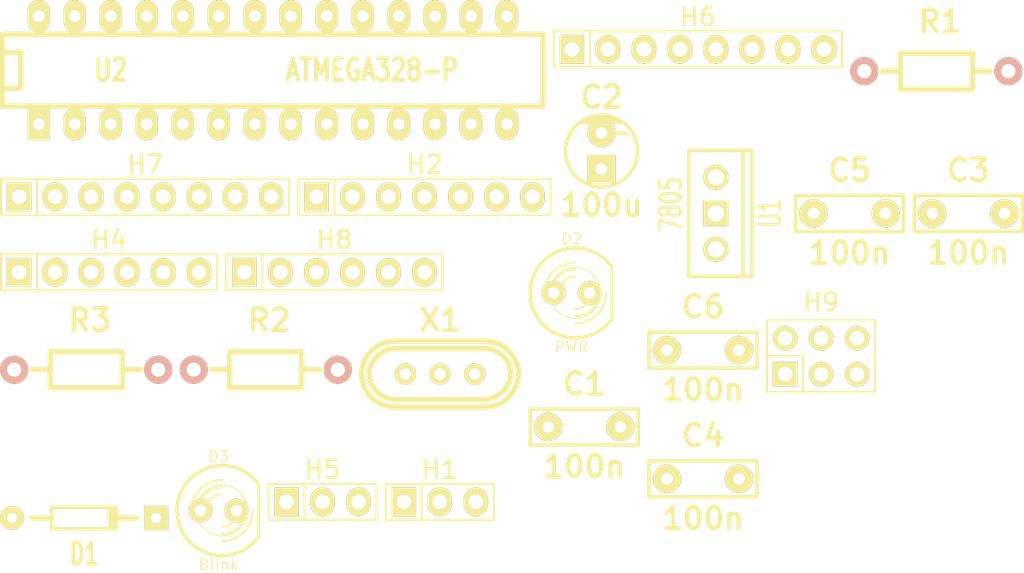
<source format=kicad_pcb>
(kicad_pcb (version 4) (host pcbnew 0.201411181401+5290~19~ubuntu14.10.1-product)

  (general
    (links 69)
    (no_connects 69)
    (area 0 0 0 0)
    (thickness 1.6)
    (drawings 0)
    (tracks 0)
    (zones 0)
    (modules 23)
    (nets 36)
  )

  (page A4)
  (layers
    (0 F.Cu signal)
    (31 B.Cu signal)
    (32 B.Adhes user)
    (33 F.Adhes user)
    (34 B.Paste user)
    (35 F.Paste user)
    (36 B.SilkS user)
    (37 F.SilkS user)
    (38 B.Mask user)
    (39 F.Mask user)
    (40 Dwgs.User user)
    (41 Cmts.User user)
    (42 Eco1.User user)
    (43 Eco2.User user)
    (44 Edge.Cuts user)
    (45 Margin user)
    (46 B.CrtYd user)
    (47 F.CrtYd user)
    (48 B.Fab user)
    (49 F.Fab user)
  )

  (setup
    (last_trace_width 0.254)
    (trace_clearance 0.254)
    (zone_clearance 0.508)
    (zone_45_only no)
    (trace_min 0.254)
    (segment_width 0.2)
    (edge_width 0.1)
    (via_size 0.889)
    (via_drill 0.635)
    (via_min_size 0.889)
    (via_min_drill 0.508)
    (uvia_size 0.508)
    (uvia_drill 0.127)
    (uvias_allowed no)
    (uvia_min_size 0.508)
    (uvia_min_drill 0.127)
    (pcb_text_width 0.3)
    (pcb_text_size 1.5 1.5)
    (mod_edge_width 0.15)
    (mod_text_size 1 1)
    (mod_text_width 0.15)
    (pad_size 1.5 1.5)
    (pad_drill 0.6)
    (pad_to_mask_clearance 0)
    (aux_axis_origin 0 0)
    (visible_elements 7FFFFFFF)
    (pcbplotparams
      (layerselection 0x00030_80000001)
      (usegerberextensions false)
      (excludeedgelayer true)
      (linewidth 0.100000)
      (plotframeref false)
      (viasonmask false)
      (mode 1)
      (useauxorigin false)
      (hpglpennumber 1)
      (hpglpenspeed 20)
      (hpglpendiameter 15)
      (hpglpenoverlay 2)
      (psnegative false)
      (psa4output false)
      (plotreference true)
      (plotvalue true)
      (plotinvisibletext false)
      (padsonsilk false)
      (subtractmaskfromsilk false)
      (outputformat 1)
      (mirror false)
      (drillshape 1)
      (scaleselection 1)
      (outputdirectory ""))
  )

  (net 0 "")
  (net 1 /5V)
  (net 2 GND)
  (net 3 /V_IN)
  (net 4 /VREF)
  (net 5 /RST)
  (net 6 "Net-(C6-Pad2)")
  (net 7 "Net-(D1-Pad1)")
  (net 8 "Net-(D2-Pad1)")
  (net 9 "Net-(D3-Pad1)")
  (net 10 /V_REG)
  (net 11 /V_USB)
  (net 12 /3V3)
  (net 13 /AD0)
  (net 14 /AD1)
  (net 15 /AD2)
  (net 16 /AD3)
  (net 17 /AD4_SDA)
  (net 18 /AD5_SCL)
  (net 19 /AREF)
  (net 20 /RXD)
  (net 21 /TXD)
  (net 22 /PD2)
  (net 23 /PD3_P)
  (net 24 /PD4)
  (net 25 /PD5_P)
  (net 26 /PD6_P)
  (net 27 /PD7)
  (net 28 /PB0)
  (net 29 /PB1_P)
  (net 30 /SS_P)
  (net 31 /MOSI_P)
  (net 32 /MISO)
  (net 33 /SCK)
  (net 34 "Net-(U2-Pad9)")
  (net 35 "Net-(U2-Pad10)")

  (net_class Default "This is the default net class."
    (clearance 0.254)
    (trace_width 0.254)
    (via_dia 0.889)
    (via_drill 0.635)
    (uvia_dia 0.508)
    (uvia_drill 0.127)
    (add_net /3V3)
    (add_net /5V)
    (add_net /AD0)
    (add_net /AD1)
    (add_net /AD2)
    (add_net /AD3)
    (add_net /AD4_SDA)
    (add_net /AD5_SCL)
    (add_net /AREF)
    (add_net /MISO)
    (add_net /MOSI_P)
    (add_net /PB0)
    (add_net /PB1_P)
    (add_net /PD2)
    (add_net /PD3_P)
    (add_net /PD4)
    (add_net /PD5_P)
    (add_net /PD6_P)
    (add_net /PD7)
    (add_net /RST)
    (add_net /RXD)
    (add_net /SCK)
    (add_net /SS_P)
    (add_net /TXD)
    (add_net /VREF)
    (add_net /V_IN)
    (add_net /V_REG)
    (add_net /V_USB)
    (add_net GND)
    (add_net "Net-(C6-Pad2)")
    (add_net "Net-(D1-Pad1)")
    (add_net "Net-(D2-Pad1)")
    (add_net "Net-(D3-Pad1)")
    (add_net "Net-(U2-Pad10)")
    (add_net "Net-(U2-Pad9)")
  )

  (module Capacitors_ThroughHole:Capacitor7x2RM5 (layer F.Cu) (tedit 546F7E42) (tstamp 546F7E84)
    (at 206.451001 134.896)
    (descr "Capacitor non pol, 7x2,5mm")
    (path /546B83D4)
    (fp_text reference C1 (at 0 -3.048) (layer F.SilkS)
      (effects (font (thickness 0.3048)))
    )
    (fp_text value 100n (at 0 2.794) (layer F.SilkS)
      (effects (font (thickness 0.3048)))
    )
    (fp_line (start -3.81 -1.27) (end 3.81 -1.27) (layer F.SilkS) (width 0.254))
    (fp_line (start 3.81 -1.27) (end 3.81 1.27) (layer F.SilkS) (width 0.254))
    (fp_line (start 3.81 1.27) (end -3.81 1.27) (layer F.SilkS) (width 0.254))
    (fp_line (start -3.81 1.27) (end -3.81 -1.27) (layer F.SilkS) (width 0.254))
    (pad 1 thru_hole circle (at -2.54 0) (size 1.99898 1.99898) (drill 0.8001) (layers *.Cu *.Mask F.SilkS)
      (net 1 /5V))
    (pad 2 thru_hole circle (at 2.54 0) (size 1.99898 1.99898) (drill 0.8001) (layers *.Cu *.Mask F.SilkS)
      (net 2 GND))
    (model discret/Capacitor/cnp_7x2mm.wrl
      (at (xyz 0 0 0))
      (scale (xyz 1 1 1))
      (rotate (xyz 0 0 0))
    )
  )

  (module Capacitors_ThroughHole:Capacitor5x6RM2.5 (layer F.Cu) (tedit 546F7E42) (tstamp 546F7E8A)
    (at 207.672972 115.418)
    (descr "Capacitor, pol, cyl 5x6mm")
    (path /546B8357)
    (fp_text reference C2 (at 0 -3.81) (layer F.SilkS)
      (effects (font (thickness 0.3048)))
    )
    (fp_text value 100u (at 0 3.81) (layer F.SilkS)
      (effects (font (thickness 0.3048)))
    )
    (fp_line (start 0.889 -1.27) (end 1.778 -1.27) (layer F.SilkS) (width 0.254))
    (fp_line (start 1.016 -2.286) (end -1.016 -2.286) (layer F.SilkS) (width 0.254))
    (fp_line (start -1.016 -2.286) (end -1.016 -2.159) (layer F.SilkS) (width 0.254))
    (fp_line (start -1.016 -2.159) (end 1.016 -2.159) (layer F.SilkS) (width 0.254))
    (fp_line (start -1.524 -2.032) (end 1.524 -2.032) (layer F.SilkS) (width 0.254))
    (fp_circle (center 0 0) (end -2.54 0) (layer F.SilkS) (width 0.254))
    (pad 1 thru_hole rect (at 0 1.27) (size 1.99898 1.99898) (drill 0.8001) (layers *.Cu *.Mask F.SilkS)
      (net 3 /V_IN))
    (pad 2 thru_hole circle (at 0 -1.27) (size 1.99898 1.99898) (drill 0.8001) (layers *.Cu *.Mask F.SilkS)
      (net 2 GND))
    (model discret/Capacitor/cp_5x6mm.wrl
      (at (xyz 0 0 0))
      (scale (xyz 1 1 1))
      (rotate (xyz 0 0 0))
    )
  )

  (module Capacitors_ThroughHole:Capacitor7x2RM5 (layer F.Cu) (tedit 546F7E42) (tstamp 546F7E90)
    (at 233.541001 119.816)
    (descr "Capacitor non pol, 7x2,5mm")
    (path /546B8379)
    (fp_text reference C3 (at 0 -3.048) (layer F.SilkS)
      (effects (font (thickness 0.3048)))
    )
    (fp_text value 100n (at 0 2.794) (layer F.SilkS)
      (effects (font (thickness 0.3048)))
    )
    (fp_line (start -3.81 -1.27) (end 3.81 -1.27) (layer F.SilkS) (width 0.254))
    (fp_line (start 3.81 -1.27) (end 3.81 1.27) (layer F.SilkS) (width 0.254))
    (fp_line (start 3.81 1.27) (end -3.81 1.27) (layer F.SilkS) (width 0.254))
    (fp_line (start -3.81 1.27) (end -3.81 -1.27) (layer F.SilkS) (width 0.254))
    (pad 1 thru_hole circle (at -2.54 0) (size 1.99898 1.99898) (drill 0.8001) (layers *.Cu *.Mask F.SilkS)
      (net 2 GND))
    (pad 2 thru_hole circle (at 2.54 0) (size 1.99898 1.99898) (drill 0.8001) (layers *.Cu *.Mask F.SilkS)
      (net 3 /V_IN))
    (model discret/Capacitor/cnp_7x2mm.wrl
      (at (xyz 0 0 0))
      (scale (xyz 1 1 1))
      (rotate (xyz 0 0 0))
    )
  )

  (module Capacitors_ThroughHole:Capacitor7x2RM5 (layer F.Cu) (tedit 546F7E42) (tstamp 546F7E96)
    (at 214.831001 138.556)
    (descr "Capacitor non pol, 7x2,5mm")
    (path /546B838A)
    (fp_text reference C4 (at 0 -3.048) (layer F.SilkS)
      (effects (font (thickness 0.3048)))
    )
    (fp_text value 100n (at 0 2.794) (layer F.SilkS)
      (effects (font (thickness 0.3048)))
    )
    (fp_line (start -3.81 -1.27) (end 3.81 -1.27) (layer F.SilkS) (width 0.254))
    (fp_line (start 3.81 -1.27) (end 3.81 1.27) (layer F.SilkS) (width 0.254))
    (fp_line (start 3.81 1.27) (end -3.81 1.27) (layer F.SilkS) (width 0.254))
    (fp_line (start -3.81 1.27) (end -3.81 -1.27) (layer F.SilkS) (width 0.254))
    (pad 1 thru_hole circle (at -2.54 0) (size 1.99898 1.99898) (drill 0.8001) (layers *.Cu *.Mask F.SilkS)
      (net 1 /5V))
    (pad 2 thru_hole circle (at 2.54 0) (size 1.99898 1.99898) (drill 0.8001) (layers *.Cu *.Mask F.SilkS)
      (net 2 GND))
    (model discret/Capacitor/cnp_7x2mm.wrl
      (at (xyz 0 0 0))
      (scale (xyz 1 1 1))
      (rotate (xyz 0 0 0))
    )
  )

  (module Capacitors_ThroughHole:Capacitor7x2RM5 (layer F.Cu) (tedit 546F7E42) (tstamp 546F7E9C)
    (at 225.161001 119.816)
    (descr "Capacitor non pol, 7x2,5mm")
    (path /546B82D2)
    (fp_text reference C5 (at 0 -3.048) (layer F.SilkS)
      (effects (font (thickness 0.3048)))
    )
    (fp_text value 100n (at 0 2.794) (layer F.SilkS)
      (effects (font (thickness 0.3048)))
    )
    (fp_line (start -3.81 -1.27) (end 3.81 -1.27) (layer F.SilkS) (width 0.254))
    (fp_line (start 3.81 -1.27) (end 3.81 1.27) (layer F.SilkS) (width 0.254))
    (fp_line (start 3.81 1.27) (end -3.81 1.27) (layer F.SilkS) (width 0.254))
    (fp_line (start -3.81 1.27) (end -3.81 -1.27) (layer F.SilkS) (width 0.254))
    (pad 1 thru_hole circle (at -2.54 0) (size 1.99898 1.99898) (drill 0.8001) (layers *.Cu *.Mask F.SilkS)
      (net 4 /VREF))
    (pad 2 thru_hole circle (at 2.54 0) (size 1.99898 1.99898) (drill 0.8001) (layers *.Cu *.Mask F.SilkS)
      (net 2 GND))
    (model discret/Capacitor/cnp_7x2mm.wrl
      (at (xyz 0 0 0))
      (scale (xyz 1 1 1))
      (rotate (xyz 0 0 0))
    )
  )

  (module Capacitors_ThroughHole:Capacitor7x2RM5 (layer F.Cu) (tedit 546F7E42) (tstamp 546F7EA2)
    (at 214.831001 129.466)
    (descr "Capacitor non pol, 7x2,5mm")
    (path /546B839B)
    (fp_text reference C6 (at 0 -3.048) (layer F.SilkS)
      (effects (font (thickness 0.3048)))
    )
    (fp_text value 100n (at 0 2.794) (layer F.SilkS)
      (effects (font (thickness 0.3048)))
    )
    (fp_line (start -3.81 -1.27) (end 3.81 -1.27) (layer F.SilkS) (width 0.254))
    (fp_line (start 3.81 -1.27) (end 3.81 1.27) (layer F.SilkS) (width 0.254))
    (fp_line (start 3.81 1.27) (end -3.81 1.27) (layer F.SilkS) (width 0.254))
    (fp_line (start -3.81 1.27) (end -3.81 -1.27) (layer F.SilkS) (width 0.254))
    (pad 1 thru_hole circle (at -2.54 0) (size 1.99898 1.99898) (drill 0.8001) (layers *.Cu *.Mask F.SilkS)
      (net 5 /RST))
    (pad 2 thru_hole circle (at 2.54 0) (size 1.99898 1.99898) (drill 0.8001) (layers *.Cu *.Mask F.SilkS)
      (net 6 "Net-(C6-Pad2)"))
    (model discret/Capacitor/cnp_7x2mm.wrl
      (at (xyz 0 0 0))
      (scale (xyz 1 1 1))
      (rotate (xyz 0 0 0))
    )
  )

  (module Diodes_ThroughHole:Diode_DO-35_SOD27_Horizontal_RM10 (layer F.Cu) (tedit 546F7E42) (tstamp 546F7EA8)
    (at 171.18363 141.3178)
    (descr "Diode, DO-35,  SOD27, Horizontal, RM 10mm")
    (tags "Diode, DO-35, SOD27, Horizontal, RM 10mm, 1N4148,")
    (path /546BA3AF)
    (fp_text reference D1 (at 0 2.54) (layer F.SilkS)
      (effects (font (size 1.524 1.016) (thickness 0.254)))
    )
    (fp_text value D_CPL (at -1.016 -3.556) (layer F.SilkS) hide
      (effects (font (size 1.524 1.016) (thickness 0.254)))
    )
    (fp_line (start -2.286 0) (end -3.683 0) (layer F.SilkS) (width 0.381))
    (fp_line (start 2.159 0) (end 3.683 0) (layer F.SilkS) (width 0.381))
    (fp_line (start 1.778 -0.762) (end 1.778 0.762) (layer F.SilkS) (width 0.254))
    (fp_line (start 2.032 -0.762) (end 2.032 0.762) (layer F.SilkS) (width 0.254))
    (fp_line (start 2.286 0) (end 2.286 0.762) (layer F.SilkS) (width 0.254))
    (fp_line (start 2.286 0.762) (end -2.286 0.762) (layer F.SilkS) (width 0.254))
    (fp_line (start -2.286 0.762) (end -2.286 -0.762) (layer F.SilkS) (width 0.254))
    (fp_line (start -2.286 -0.762) (end 2.286 -0.762) (layer F.SilkS) (width 0.254))
    (fp_line (start 2.286 -0.762) (end 2.286 0) (layer F.SilkS) (width 0.254))
    (pad 1 thru_hole circle (at -5.08 0) (size 1.69926 1.69926) (drill 0.70104) (layers *.Cu *.Mask F.SilkS)
      (net 7 "Net-(D1-Pad1)"))
    (pad 2 thru_hole rect (at 5.08 0) (size 1.69926 1.69926) (drill 0.70104) (layers *.Cu *.Mask F.SilkS)
      (net 3 /V_IN))
    (model discret/diode.wrl
      (at (xyz 0 0 0))
      (scale (xyz 0.4 0.4 0.4))
      (rotate (xyz 0 0 0))
    )
  )

  (module LEDs:LED-5MM (layer F.Cu) (tedit 546F7E42) (tstamp 546F7EAE)
    (at 205.562001 125.43075)
    (descr "LED 5mm - Lead pitch 100mil (2,54mm)")
    (tags "LED led 5mm 5MM 100mil 2,54mm")
    (path /546B8365)
    (fp_text reference D2 (at 0 -3.81) (layer F.SilkS)
      (effects (font (size 0.762 0.762) (thickness 0.0889)))
    )
    (fp_text value PWR (at 0 3.81) (layer F.SilkS)
      (effects (font (size 0.762 0.762) (thickness 0.0889)))
    )
    (fp_line (start 2.8448 1.905) (end 2.8448 -1.905) (layer F.SilkS) (width 0.2032))
    (fp_circle (center 0.254 0) (end -1.016 1.27) (layer F.SilkS) (width 0.0762))
    (fp_arc (start 0.254 0) (end 2.794 1.905) (angle 286.2) (layer F.SilkS) (width 0.254))
    (fp_arc (start 0.254 0) (end -0.889 0) (angle 90) (layer F.SilkS) (width 0.1524))
    (fp_arc (start 0.254 0) (end 1.397 0) (angle 90) (layer F.SilkS) (width 0.1524))
    (fp_arc (start 0.254 0) (end -1.397 0) (angle 90) (layer F.SilkS) (width 0.1524))
    (fp_arc (start 0.254 0) (end 1.905 0) (angle 90) (layer F.SilkS) (width 0.1524))
    (fp_arc (start 0.254 0) (end -1.905 0) (angle 90) (layer F.SilkS) (width 0.1524))
    (fp_arc (start 0.254 0) (end 2.413 0) (angle 90) (layer F.SilkS) (width 0.1524))
    (pad 1 thru_hole circle (at -1.27 0) (size 1.6764 1.6764) (drill 0.8128) (layers *.Cu *.Mask F.SilkS)
      (net 8 "Net-(D2-Pad1)"))
    (pad 2 thru_hole circle (at 1.27 0) (size 1.6764 1.6764) (drill 0.8128) (layers *.Cu *.Mask F.SilkS)
      (net 2 GND))
    (model discret/leds/led5_vertical_verde.wrl
      (at (xyz 0 0 0))
      (scale (xyz 1 1 1))
      (rotate (xyz 0 0 0))
    )
  )

  (module LEDs:LED-5MM (layer F.Cu) (tedit 546F7E42) (tstamp 546F7EB4)
    (at 180.662001 140.79075)
    (descr "LED 5mm - Lead pitch 100mil (2,54mm)")
    (tags "LED led 5mm 5MM 100mil 2,54mm")
    (path /546B82F4)
    (fp_text reference D3 (at 0 -3.81) (layer F.SilkS)
      (effects (font (size 0.762 0.762) (thickness 0.0889)))
    )
    (fp_text value Blink (at 0 3.81) (layer F.SilkS)
      (effects (font (size 0.762 0.762) (thickness 0.0889)))
    )
    (fp_line (start 2.8448 1.905) (end 2.8448 -1.905) (layer F.SilkS) (width 0.2032))
    (fp_circle (center 0.254 0) (end -1.016 1.27) (layer F.SilkS) (width 0.0762))
    (fp_arc (start 0.254 0) (end 2.794 1.905) (angle 286.2) (layer F.SilkS) (width 0.254))
    (fp_arc (start 0.254 0) (end -0.889 0) (angle 90) (layer F.SilkS) (width 0.1524))
    (fp_arc (start 0.254 0) (end 1.397 0) (angle 90) (layer F.SilkS) (width 0.1524))
    (fp_arc (start 0.254 0) (end -1.397 0) (angle 90) (layer F.SilkS) (width 0.1524))
    (fp_arc (start 0.254 0) (end 1.905 0) (angle 90) (layer F.SilkS) (width 0.1524))
    (fp_arc (start 0.254 0) (end -1.905 0) (angle 90) (layer F.SilkS) (width 0.1524))
    (fp_arc (start 0.254 0) (end 2.413 0) (angle 90) (layer F.SilkS) (width 0.1524))
    (pad 1 thru_hole circle (at -1.27 0) (size 1.6764 1.6764) (drill 0.8128) (layers *.Cu *.Mask F.SilkS)
      (net 9 "Net-(D3-Pad1)"))
    (pad 2 thru_hole circle (at 1.27 0) (size 1.6764 1.6764) (drill 0.8128) (layers *.Cu *.Mask F.SilkS)
      (net 2 GND))
    (model discret/leds/led5_vertical_verde.wrl
      (at (xyz 0 0 0))
      (scale (xyz 1 1 1))
      (rotate (xyz 0 0 0))
    )
  )

  (module Pin_Headers:Pin_Header_Straight_1x03 (layer F.Cu) (tedit 546F7E42) (tstamp 546F7EBB)
    (at 196.269001 140.1738)
    (descr "Through hole pin header")
    (tags "pin header")
    (path /546B8332)
    (fp_text reference H1 (at 0 -2.286) (layer F.SilkS)
      (effects (font (size 1.27 1.27) (thickness 0.2032)))
    )
    (fp_text value V_SEL (at 0 0) (layer F.SilkS) hide
      (effects (font (size 1.27 1.27) (thickness 0.2032)))
    )
    (fp_line (start -1.27 1.27) (end 3.81 1.27) (layer F.SilkS) (width 0.15))
    (fp_line (start 3.81 1.27) (end 3.81 -1.27) (layer F.SilkS) (width 0.15))
    (fp_line (start 3.81 -1.27) (end -1.27 -1.27) (layer F.SilkS) (width 0.15))
    (fp_line (start -3.81 -1.27) (end -1.27 -1.27) (layer F.SilkS) (width 0.15))
    (fp_line (start -1.27 -1.27) (end -1.27 1.27) (layer F.SilkS) (width 0.15))
    (fp_line (start -3.81 -1.27) (end -3.81 1.27) (layer F.SilkS) (width 0.15))
    (fp_line (start -3.81 1.27) (end -1.27 1.27) (layer F.SilkS) (width 0.15))
    (pad 1 thru_hole rect (at -2.54 0) (size 1.7272 2.032) (drill 1.016) (layers *.Cu *.Mask F.SilkS)
      (net 10 /V_REG))
    (pad 2 thru_hole oval (at 0 0) (size 1.7272 2.032) (drill 1.016) (layers *.Cu *.Mask F.SilkS)
      (net 1 /5V))
    (pad 3 thru_hole oval (at 2.54 0) (size 1.7272 2.032) (drill 1.016) (layers *.Cu *.Mask F.SilkS)
      (net 11 /V_USB))
    (model Pin_Headers/Pin_Header_Straight_1x03.wrl
      (at (xyz 0 0 0))
      (scale (xyz 1 1 1))
      (rotate (xyz 0 0 0))
    )
  )

  (module Pin_Headers:Pin_Header_Straight_1x07 (layer F.Cu) (tedit 546F7E42) (tstamp 546F7EC6)
    (at 195.189001 118.6438)
    (descr "Through hole pin header")
    (tags "pin header")
    (path /546B830C)
    (fp_text reference H2 (at 0 -2.286) (layer F.SilkS)
      (effects (font (size 1.27 1.27) (thickness 0.2032)))
    )
    (fp_text value Power (at 0 0) (layer F.SilkS) hide
      (effects (font (size 1.27 1.27) (thickness 0.2032)))
    )
    (fp_line (start -6.35 -1.27) (end 8.89 -1.27) (layer F.SilkS) (width 0.15))
    (fp_line (start 8.89 -1.27) (end 8.89 1.27) (layer F.SilkS) (width 0.15))
    (fp_line (start 8.89 1.27) (end -6.35 1.27) (layer F.SilkS) (width 0.15))
    (fp_line (start -8.89 -1.27) (end -6.35 -1.27) (layer F.SilkS) (width 0.15))
    (fp_line (start -6.35 -1.27) (end -6.35 1.27) (layer F.SilkS) (width 0.15))
    (fp_line (start -8.89 -1.27) (end -8.89 1.27) (layer F.SilkS) (width 0.15))
    (fp_line (start -8.89 1.27) (end -6.35 1.27) (layer F.SilkS) (width 0.15))
    (pad 1 thru_hole rect (at -7.62 0) (size 1.7272 2.032) (drill 1.016) (layers *.Cu *.Mask F.SilkS)
      (net 1 /5V))
    (pad 2 thru_hole oval (at -5.08 0) (size 1.7272 2.032) (drill 1.016) (layers *.Cu *.Mask F.SilkS)
      (net 5 /RST))
    (pad 3 thru_hole oval (at -2.54 0) (size 1.7272 2.032) (drill 1.016) (layers *.Cu *.Mask F.SilkS)
      (net 12 /3V3))
    (pad 4 thru_hole oval (at 0 0) (size 1.7272 2.032) (drill 1.016) (layers *.Cu *.Mask F.SilkS)
      (net 1 /5V))
    (pad 5 thru_hole oval (at 2.54 0) (size 1.7272 2.032) (drill 1.016) (layers *.Cu *.Mask F.SilkS)
      (net 2 GND))
    (pad 6 thru_hole oval (at 5.08 0) (size 1.7272 2.032) (drill 1.016) (layers *.Cu *.Mask F.SilkS)
      (net 2 GND))
    (pad 7 thru_hole oval (at 7.62 0) (size 1.7272 2.032) (drill 1.016) (layers *.Cu *.Mask F.SilkS)
      (net 3 /V_IN))
    (model Pin_Headers/Pin_Header_Straight_1x07.wrl
      (at (xyz 0 0 0))
      (scale (xyz 1 1 1))
      (rotate (xyz 0 0 0))
    )
  )

  (module Pin_Headers:Pin_Header_Straight_1x06 (layer F.Cu) (tedit 546F7E42) (tstamp 546F7ED0)
    (at 172.949001 123.9738)
    (descr "Through hole pin header")
    (tags "pin header")
    (path /546B8313)
    (fp_text reference H4 (at 0 -2.286) (layer F.SilkS)
      (effects (font (size 1.27 1.27) (thickness 0.2032)))
    )
    (fp_text value ANALOG (at 0 0) (layer F.SilkS) hide
      (effects (font (size 1.27 1.27) (thickness 0.2032)))
    )
    (fp_line (start -5.08 -1.27) (end 7.62 -1.27) (layer F.SilkS) (width 0.15))
    (fp_line (start 7.62 -1.27) (end 7.62 1.27) (layer F.SilkS) (width 0.15))
    (fp_line (start 7.62 1.27) (end -5.08 1.27) (layer F.SilkS) (width 0.15))
    (fp_line (start -7.62 -1.27) (end -5.08 -1.27) (layer F.SilkS) (width 0.15))
    (fp_line (start -5.08 -1.27) (end -5.08 1.27) (layer F.SilkS) (width 0.15))
    (fp_line (start -7.62 -1.27) (end -7.62 1.27) (layer F.SilkS) (width 0.15))
    (fp_line (start -7.62 1.27) (end -5.08 1.27) (layer F.SilkS) (width 0.15))
    (pad 1 thru_hole rect (at -6.35 0) (size 1.7272 2.032) (drill 1.016) (layers *.Cu *.Mask F.SilkS)
      (net 13 /AD0))
    (pad 2 thru_hole oval (at -3.81 0) (size 1.7272 2.032) (drill 1.016) (layers *.Cu *.Mask F.SilkS)
      (net 14 /AD1))
    (pad 3 thru_hole oval (at -1.27 0) (size 1.7272 2.032) (drill 1.016) (layers *.Cu *.Mask F.SilkS)
      (net 15 /AD2))
    (pad 4 thru_hole oval (at 1.27 0) (size 1.7272 2.032) (drill 1.016) (layers *.Cu *.Mask F.SilkS)
      (net 16 /AD3))
    (pad 5 thru_hole oval (at 3.81 0) (size 1.7272 2.032) (drill 1.016) (layers *.Cu *.Mask F.SilkS)
      (net 17 /AD4_SDA))
    (pad 6 thru_hole oval (at 6.35 0) (size 1.7272 2.032) (drill 1.016) (layers *.Cu *.Mask F.SilkS)
      (net 18 /AD5_SCL))
    (model Pin_Headers/Pin_Header_Straight_1x06.wrl
      (at (xyz 0 0 0))
      (scale (xyz 1 1 1))
      (rotate (xyz 0 0 0))
    )
  )

  (module Pin_Headers:Pin_Header_Straight_1x03 (layer F.Cu) (tedit 546F7E42) (tstamp 546F7ED7)
    (at 187.999001 140.1738)
    (descr "Through hole pin header")
    (tags "pin header")
    (path /546B82FD)
    (fp_text reference H5 (at 0 -2.286) (layer F.SilkS)
      (effects (font (size 1.27 1.27) (thickness 0.2032)))
    )
    (fp_text value AREF (at 0 0) (layer F.SilkS) hide
      (effects (font (size 1.27 1.27) (thickness 0.2032)))
    )
    (fp_line (start -1.27 1.27) (end 3.81 1.27) (layer F.SilkS) (width 0.15))
    (fp_line (start 3.81 1.27) (end 3.81 -1.27) (layer F.SilkS) (width 0.15))
    (fp_line (start 3.81 -1.27) (end -1.27 -1.27) (layer F.SilkS) (width 0.15))
    (fp_line (start -3.81 -1.27) (end -1.27 -1.27) (layer F.SilkS) (width 0.15))
    (fp_line (start -1.27 -1.27) (end -1.27 1.27) (layer F.SilkS) (width 0.15))
    (fp_line (start -3.81 -1.27) (end -3.81 1.27) (layer F.SilkS) (width 0.15))
    (fp_line (start -3.81 1.27) (end -1.27 1.27) (layer F.SilkS) (width 0.15))
    (pad 1 thru_hole rect (at -2.54 0) (size 1.7272 2.032) (drill 1.016) (layers *.Cu *.Mask F.SilkS)
      (net 1 /5V))
    (pad 2 thru_hole oval (at 0 0) (size 1.7272 2.032) (drill 1.016) (layers *.Cu *.Mask F.SilkS)
      (net 4 /VREF))
    (pad 3 thru_hole oval (at 2.54 0) (size 1.7272 2.032) (drill 1.016) (layers *.Cu *.Mask F.SilkS)
      (net 19 /AREF))
    (model Pin_Headers/Pin_Header_Straight_1x03.wrl
      (at (xyz 0 0 0))
      (scale (xyz 1 1 1))
      (rotate (xyz 0 0 0))
    )
  )

  (module Pin_Headers:Pin_Header_Straight_1x08 (layer F.Cu) (tedit 546F7E42) (tstamp 546F7EE3)
    (at 214.469001 108.2338)
    (descr "Through hole pin header")
    (tags "pin header")
    (path /546B832A)
    (fp_text reference H6 (at 0 -2.286) (layer F.SilkS)
      (effects (font (size 1.27 1.27) (thickness 0.2032)))
    )
    (fp_text value IO_L (at 0 0) (layer F.SilkS) hide
      (effects (font (size 1.27 1.27) (thickness 0.2032)))
    )
    (fp_line (start -7.62 -1.27) (end 10.16 -1.27) (layer F.SilkS) (width 0.15))
    (fp_line (start 10.16 -1.27) (end 10.16 1.27) (layer F.SilkS) (width 0.15))
    (fp_line (start 10.16 1.27) (end -7.62 1.27) (layer F.SilkS) (width 0.15))
    (fp_line (start -10.16 -1.27) (end -7.62 -1.27) (layer F.SilkS) (width 0.15))
    (fp_line (start -7.62 -1.27) (end -7.62 1.27) (layer F.SilkS) (width 0.15))
    (fp_line (start -10.16 -1.27) (end -10.16 1.27) (layer F.SilkS) (width 0.15))
    (fp_line (start -10.16 1.27) (end -7.62 1.27) (layer F.SilkS) (width 0.15))
    (pad 1 thru_hole rect (at -8.89 0) (size 1.7272 2.032) (drill 1.016) (layers *.Cu *.Mask F.SilkS)
      (net 20 /RXD))
    (pad 2 thru_hole oval (at -6.35 0) (size 1.7272 2.032) (drill 1.016) (layers *.Cu *.Mask F.SilkS)
      (net 21 /TXD))
    (pad 3 thru_hole oval (at -3.81 0) (size 1.7272 2.032) (drill 1.016) (layers *.Cu *.Mask F.SilkS)
      (net 22 /PD2))
    (pad 4 thru_hole oval (at -1.27 0) (size 1.7272 2.032) (drill 1.016) (layers *.Cu *.Mask F.SilkS)
      (net 23 /PD3_P))
    (pad 5 thru_hole oval (at 1.27 0) (size 1.7272 2.032) (drill 1.016) (layers *.Cu *.Mask F.SilkS)
      (net 24 /PD4))
    (pad 6 thru_hole oval (at 3.81 0) (size 1.7272 2.032) (drill 1.016) (layers *.Cu *.Mask F.SilkS)
      (net 25 /PD5_P))
    (pad 7 thru_hole oval (at 6.35 0) (size 1.7272 2.032) (drill 1.016) (layers *.Cu *.Mask F.SilkS)
      (net 26 /PD6_P))
    (pad 8 thru_hole oval (at 8.89 0) (size 1.7272 2.032) (drill 1.016) (layers *.Cu *.Mask F.SilkS)
      (net 27 /PD7))
    (model Pin_Headers/Pin_Header_Straight_1x08.wrl
      (at (xyz 0 0 0))
      (scale (xyz 1 1 1))
      (rotate (xyz 0 0 0))
    )
  )

  (module Pin_Headers:Pin_Header_Straight_1x08 (layer F.Cu) (tedit 546F7E42) (tstamp 546F7EEF)
    (at 175.489001 118.6438)
    (descr "Through hole pin header")
    (tags "pin header")
    (path /546B8323)
    (fp_text reference H7 (at 0 -2.286) (layer F.SilkS)
      (effects (font (size 1.27 1.27) (thickness 0.2032)))
    )
    (fp_text value IO_H (at 0 0) (layer F.SilkS) hide
      (effects (font (size 1.27 1.27) (thickness 0.2032)))
    )
    (fp_line (start -7.62 -1.27) (end 10.16 -1.27) (layer F.SilkS) (width 0.15))
    (fp_line (start 10.16 -1.27) (end 10.16 1.27) (layer F.SilkS) (width 0.15))
    (fp_line (start 10.16 1.27) (end -7.62 1.27) (layer F.SilkS) (width 0.15))
    (fp_line (start -10.16 -1.27) (end -7.62 -1.27) (layer F.SilkS) (width 0.15))
    (fp_line (start -7.62 -1.27) (end -7.62 1.27) (layer F.SilkS) (width 0.15))
    (fp_line (start -10.16 -1.27) (end -10.16 1.27) (layer F.SilkS) (width 0.15))
    (fp_line (start -10.16 1.27) (end -7.62 1.27) (layer F.SilkS) (width 0.15))
    (pad 1 thru_hole rect (at -8.89 0) (size 1.7272 2.032) (drill 1.016) (layers *.Cu *.Mask F.SilkS)
      (net 28 /PB0))
    (pad 2 thru_hole oval (at -6.35 0) (size 1.7272 2.032) (drill 1.016) (layers *.Cu *.Mask F.SilkS)
      (net 29 /PB1_P))
    (pad 3 thru_hole oval (at -3.81 0) (size 1.7272 2.032) (drill 1.016) (layers *.Cu *.Mask F.SilkS)
      (net 30 /SS_P))
    (pad 4 thru_hole oval (at -1.27 0) (size 1.7272 2.032) (drill 1.016) (layers *.Cu *.Mask F.SilkS)
      (net 31 /MOSI_P))
    (pad 5 thru_hole oval (at 1.27 0) (size 1.7272 2.032) (drill 1.016) (layers *.Cu *.Mask F.SilkS)
      (net 32 /MISO))
    (pad 6 thru_hole oval (at 3.81 0) (size 1.7272 2.032) (drill 1.016) (layers *.Cu *.Mask F.SilkS)
      (net 33 /SCK))
    (pad 7 thru_hole oval (at 6.35 0) (size 1.7272 2.032) (drill 1.016) (layers *.Cu *.Mask F.SilkS)
      (net 2 GND))
    (pad 8 thru_hole oval (at 8.89 0) (size 1.7272 2.032) (drill 1.016) (layers *.Cu *.Mask F.SilkS)
      (net 19 /AREF))
    (model Pin_Headers/Pin_Header_Straight_1x08.wrl
      (at (xyz 0 0 0))
      (scale (xyz 1 1 1))
      (rotate (xyz 0 0 0))
    )
  )

  (module Pin_Headers:Pin_Header_Straight_1x06 (layer F.Cu) (tedit 546F7E42) (tstamp 546F7EF9)
    (at 188.839001 123.9738)
    (descr "Through hole pin header")
    (tags "pin header")
    (path /546B83A2)
    (fp_text reference H8 (at 0 -2.286) (layer F.SilkS)
      (effects (font (size 1.27 1.27) (thickness 0.2032)))
    )
    (fp_text value FTDI (at 0 0) (layer F.SilkS) hide
      (effects (font (size 1.27 1.27) (thickness 0.2032)))
    )
    (fp_line (start -5.08 -1.27) (end 7.62 -1.27) (layer F.SilkS) (width 0.15))
    (fp_line (start 7.62 -1.27) (end 7.62 1.27) (layer F.SilkS) (width 0.15))
    (fp_line (start 7.62 1.27) (end -5.08 1.27) (layer F.SilkS) (width 0.15))
    (fp_line (start -7.62 -1.27) (end -5.08 -1.27) (layer F.SilkS) (width 0.15))
    (fp_line (start -5.08 -1.27) (end -5.08 1.27) (layer F.SilkS) (width 0.15))
    (fp_line (start -7.62 -1.27) (end -7.62 1.27) (layer F.SilkS) (width 0.15))
    (fp_line (start -7.62 1.27) (end -5.08 1.27) (layer F.SilkS) (width 0.15))
    (pad 1 thru_hole rect (at -6.35 0) (size 1.7272 2.032) (drill 1.016) (layers *.Cu *.Mask F.SilkS)
      (net 2 GND))
    (pad 2 thru_hole oval (at -3.81 0) (size 1.7272 2.032) (drill 1.016) (layers *.Cu *.Mask F.SilkS)
      (net 2 GND))
    (pad 3 thru_hole oval (at -1.27 0) (size 1.7272 2.032) (drill 1.016) (layers *.Cu *.Mask F.SilkS)
      (net 11 /V_USB))
    (pad 4 thru_hole oval (at 1.27 0) (size 1.7272 2.032) (drill 1.016) (layers *.Cu *.Mask F.SilkS)
      (net 20 /RXD))
    (pad 5 thru_hole oval (at 3.81 0) (size 1.7272 2.032) (drill 1.016) (layers *.Cu *.Mask F.SilkS)
      (net 21 /TXD))
    (pad 6 thru_hole oval (at 6.35 0) (size 1.7272 2.032) (drill 1.016) (layers *.Cu *.Mask F.SilkS)
      (net 6 "Net-(C6-Pad2)"))
    (model Pin_Headers/Pin_Header_Straight_1x06.wrl
      (at (xyz 0 0 0))
      (scale (xyz 1 1 1))
      (rotate (xyz 0 0 0))
    )
  )

  (module Pin_Headers:Pin_Header_Straight_2x03 (layer F.Cu) (tedit 546F7E42) (tstamp 546F7F03)
    (at 223.159001 129.8978)
    (descr "Through hole pin header")
    (tags "pin header")
    (path /546B83AC)
    (fp_text reference H9 (at 0 -3.81) (layer F.SilkS)
      (effects (font (size 1.27 1.27) (thickness 0.2032)))
    )
    (fp_text value ISP (at 0 0) (layer F.SilkS) hide
      (effects (font (size 1.27 1.27) (thickness 0.2032)))
    )
    (fp_line (start -3.81 0) (end -1.27 0) (layer F.SilkS) (width 0.15))
    (fp_line (start -1.27 0) (end -1.27 2.54) (layer F.SilkS) (width 0.15))
    (fp_line (start -3.81 2.54) (end 3.81 2.54) (layer F.SilkS) (width 0.15))
    (fp_line (start 3.81 2.54) (end 3.81 -2.54) (layer F.SilkS) (width 0.15))
    (fp_line (start 3.81 -2.54) (end -1.27 -2.54) (layer F.SilkS) (width 0.15))
    (fp_line (start -3.81 2.54) (end -3.81 0) (layer F.SilkS) (width 0.15))
    (fp_line (start -3.81 -2.54) (end -3.81 0) (layer F.SilkS) (width 0.15))
    (fp_line (start -1.27 -2.54) (end -3.81 -2.54) (layer F.SilkS) (width 0.15))
    (pad 1 thru_hole rect (at -2.54 1.27) (size 1.7272 1.7272) (drill 1.016) (layers *.Cu *.Mask F.SilkS)
      (net 32 /MISO))
    (pad 2 thru_hole oval (at -2.54 -1.27) (size 1.7272 1.7272) (drill 1.016) (layers *.Cu *.Mask F.SilkS)
      (net 1 /5V))
    (pad 3 thru_hole oval (at 0 1.27) (size 1.7272 1.7272) (drill 1.016) (layers *.Cu *.Mask F.SilkS)
      (net 33 /SCK))
    (pad 4 thru_hole oval (at 0 -1.27) (size 1.7272 1.7272) (drill 1.016) (layers *.Cu *.Mask F.SilkS)
      (net 31 /MOSI_P))
    (pad 5 thru_hole oval (at 2.54 1.27) (size 1.7272 1.7272) (drill 1.016) (layers *.Cu *.Mask F.SilkS)
      (net 5 /RST))
    (pad 6 thru_hole oval (at 2.54 -1.27) (size 1.7272 1.7272) (drill 1.016) (layers *.Cu *.Mask F.SilkS)
      (net 2 GND))
    (model Pin_Headers/Pin_Header_Straight_2x03.wrl
      (at (xyz 0 0 0))
      (scale (xyz 1 1 1))
      (rotate (xyz 0 0 0))
    )
  )

  (module Resistors_ThroughHole:Resistor_Horizontal_RM10mm (layer F.Cu) (tedit 53F56209) (tstamp 546F7F09)
    (at 231.28349 109.77812)
    (descr "Resistor, Axial,  RM 10mm, 1/3W,")
    (tags "Resistor, Axial, RM 10mm, 1/3W,")
    (path /546B83F3)
    (fp_text reference R1 (at 0.24892 -3.50012) (layer F.SilkS)
      (effects (font (thickness 0.3048)))
    )
    (fp_text value 10k (at 3.81 3.81) (layer F.SilkS) hide
      (effects (font (size 1.50114 1.50114) (thickness 0.20066)))
    )
    (fp_line (start -2.54 -1.27) (end 2.54 -1.27) (layer F.SilkS) (width 0.381))
    (fp_line (start 2.54 -1.27) (end 2.54 1.27) (layer F.SilkS) (width 0.381))
    (fp_line (start 2.54 1.27) (end -2.54 1.27) (layer F.SilkS) (width 0.381))
    (fp_line (start -2.54 1.27) (end -2.54 -1.27) (layer F.SilkS) (width 0.381))
    (fp_line (start -2.54 0) (end -3.81 0) (layer F.SilkS) (width 0.381))
    (fp_line (start 2.54 0) (end 3.81 0) (layer F.SilkS) (width 0.381))
    (pad 1 thru_hole circle (at -5.08 0) (size 1.99898 1.99898) (drill 1.00076) (layers *.Cu *.SilkS *.Mask)
      (net 1 /5V))
    (pad 2 thru_hole circle (at 5.08 0) (size 1.99898 1.99898) (drill 1.00076) (layers *.Cu *.SilkS *.Mask)
      (net 5 /RST))
    (model discret/resistor_10mm.wrl
      (at (xyz 0 0 0))
      (scale (xyz 0.4 0.4 0.4))
      (rotate (xyz 0 0 0))
    )
  )

  (module Resistors_ThroughHole:Resistor_Horizontal_RM10mm (layer F.Cu) (tedit 53F56209) (tstamp 546F7F0F)
    (at 183.99349 130.84812)
    (descr "Resistor, Axial,  RM 10mm, 1/3W,")
    (tags "Resistor, Axial, RM 10mm, 1/3W,")
    (path /546B835E)
    (fp_text reference R2 (at 0.24892 -3.50012) (layer F.SilkS)
      (effects (font (thickness 0.3048)))
    )
    (fp_text value 1k (at 3.81 3.81) (layer F.SilkS) hide
      (effects (font (size 1.50114 1.50114) (thickness 0.20066)))
    )
    (fp_line (start -2.54 -1.27) (end 2.54 -1.27) (layer F.SilkS) (width 0.381))
    (fp_line (start 2.54 -1.27) (end 2.54 1.27) (layer F.SilkS) (width 0.381))
    (fp_line (start 2.54 1.27) (end -2.54 1.27) (layer F.SilkS) (width 0.381))
    (fp_line (start -2.54 1.27) (end -2.54 -1.27) (layer F.SilkS) (width 0.381))
    (fp_line (start -2.54 0) (end -3.81 0) (layer F.SilkS) (width 0.381))
    (fp_line (start 2.54 0) (end 3.81 0) (layer F.SilkS) (width 0.381))
    (pad 1 thru_hole circle (at -5.08 0) (size 1.99898 1.99898) (drill 1.00076) (layers *.Cu *.SilkS *.Mask)
      (net 8 "Net-(D2-Pad1)"))
    (pad 2 thru_hole circle (at 5.08 0) (size 1.99898 1.99898) (drill 1.00076) (layers *.Cu *.SilkS *.Mask)
      (net 1 /5V))
    (model discret/resistor_10mm.wrl
      (at (xyz 0 0 0))
      (scale (xyz 0.4 0.4 0.4))
      (rotate (xyz 0 0 0))
    )
  )

  (module Resistors_ThroughHole:Resistor_Horizontal_RM10mm (layer F.Cu) (tedit 53F56209) (tstamp 546F7F15)
    (at 171.33349 130.84812)
    (descr "Resistor, Axial,  RM 10mm, 1/3W,")
    (tags "Resistor, Axial, RM 10mm, 1/3W,")
    (path /546B82ED)
    (fp_text reference R3 (at 0.24892 -3.50012) (layer F.SilkS)
      (effects (font (thickness 0.3048)))
    )
    (fp_text value 1k (at 3.81 3.81) (layer F.SilkS) hide
      (effects (font (size 1.50114 1.50114) (thickness 0.20066)))
    )
    (fp_line (start -2.54 -1.27) (end 2.54 -1.27) (layer F.SilkS) (width 0.381))
    (fp_line (start 2.54 -1.27) (end 2.54 1.27) (layer F.SilkS) (width 0.381))
    (fp_line (start 2.54 1.27) (end -2.54 1.27) (layer F.SilkS) (width 0.381))
    (fp_line (start -2.54 1.27) (end -2.54 -1.27) (layer F.SilkS) (width 0.381))
    (fp_line (start -2.54 0) (end -3.81 0) (layer F.SilkS) (width 0.381))
    (fp_line (start 2.54 0) (end 3.81 0) (layer F.SilkS) (width 0.381))
    (pad 1 thru_hole circle (at -5.08 0) (size 1.99898 1.99898) (drill 1.00076) (layers *.Cu *.SilkS *.Mask)
      (net 33 /SCK))
    (pad 2 thru_hole circle (at 5.08 0) (size 1.99898 1.99898) (drill 1.00076) (layers *.Cu *.SilkS *.Mask)
      (net 9 "Net-(D3-Pad1)"))
    (model discret/resistor_10mm.wrl
      (at (xyz 0 0 0))
      (scale (xyz 0.4 0.4 0.4))
      (rotate (xyz 0 0 0))
    )
  )

  (module Discret:LM78XXV (layer F.Cu) (tedit 546F7E42) (tstamp 546F7F1C)
    (at 215.7406 119.816001)
    (descr "Regulateur TO220 serie LM78xx")
    (tags "TR TO220")
    (path /546B8383)
    (fp_text reference U1 (at 3.81 0 90) (layer F.SilkS)
      (effects (font (size 1.524 1.016) (thickness 0.2032)))
    )
    (fp_text value 7805 (at -3.175 -0.635 90) (layer F.SilkS)
      (effects (font (size 1.524 1.016) (thickness 0.2032)))
    )
    (fp_line (start 1.905 -4.445) (end 2.54 -4.445) (layer F.SilkS) (width 0.254))
    (fp_line (start 2.54 -4.445) (end 2.54 4.445) (layer F.SilkS) (width 0.254))
    (fp_line (start 2.54 4.445) (end 1.905 4.445) (layer F.SilkS) (width 0.254))
    (fp_line (start -1.905 -4.445) (end 1.905 -4.445) (layer F.SilkS) (width 0.254))
    (fp_line (start 1.905 -4.445) (end 1.905 4.445) (layer F.SilkS) (width 0.254))
    (fp_line (start 1.905 4.445) (end -1.905 4.445) (layer F.SilkS) (width 0.254))
    (fp_line (start -1.905 4.445) (end -1.905 -4.445) (layer F.SilkS) (width 0.254))
    (pad VI thru_hole circle (at 0 -2.54) (size 1.778 1.778) (drill 1.143) (layers *.Cu *.Mask F.SilkS)
      (net 3 /V_IN))
    (pad GND thru_hole rect (at 0 0) (size 1.778 1.778) (drill 1.143) (layers *.Cu *.Mask F.SilkS)
      (net 2 GND))
    (pad VO thru_hole circle (at 0 2.54) (size 1.778 1.778) (drill 1.143) (layers *.Cu *.Mask F.SilkS)
      (net 10 /V_REG))
  )

  (module Sockets_DIP:DIP-28__300_ELL (layer F.Cu) (tedit 546F7E42) (tstamp 546F7F3C)
    (at 184.494501 109.707)
    (descr "28 pins DIL package, elliptical pads, width 300mil")
    (tags DIL)
    (path /546B8402)
    (fp_text reference U2 (at -11.43 0) (layer F.SilkS)
      (effects (font (size 1.524 1.143) (thickness 0.3048)))
    )
    (fp_text value ATMEGA328-P (at 6.985 0) (layer F.SilkS)
      (effects (font (size 1.524 1.143) (thickness 0.3048)))
    )
    (fp_line (start -19.05 -2.54) (end 19.05 -2.54) (layer F.SilkS) (width 0.381))
    (fp_line (start 19.05 -2.54) (end 19.05 2.54) (layer F.SilkS) (width 0.381))
    (fp_line (start 19.05 2.54) (end -19.05 2.54) (layer F.SilkS) (width 0.381))
    (fp_line (start -19.05 2.54) (end -19.05 -2.54) (layer F.SilkS) (width 0.381))
    (fp_line (start -19.05 -1.27) (end -17.78 -1.27) (layer F.SilkS) (width 0.381))
    (fp_line (start -17.78 -1.27) (end -17.78 1.27) (layer F.SilkS) (width 0.381))
    (fp_line (start -17.78 1.27) (end -19.05 1.27) (layer F.SilkS) (width 0.381))
    (pad 2 thru_hole oval (at -13.97 3.81) (size 1.5748 2.286) (drill 0.8128) (layers *.Cu *.Mask F.SilkS)
      (net 20 /RXD))
    (pad 3 thru_hole oval (at -11.43 3.81) (size 1.5748 2.286) (drill 0.8128) (layers *.Cu *.Mask F.SilkS)
      (net 21 /TXD))
    (pad 4 thru_hole oval (at -8.89 3.81) (size 1.5748 2.286) (drill 0.8128) (layers *.Cu *.Mask F.SilkS)
      (net 22 /PD2))
    (pad 5 thru_hole oval (at -6.35 3.81) (size 1.5748 2.286) (drill 0.8128) (layers *.Cu *.Mask F.SilkS)
      (net 23 /PD3_P))
    (pad 6 thru_hole oval (at -3.81 3.81) (size 1.5748 2.286) (drill 0.8128) (layers *.Cu *.Mask F.SilkS)
      (net 24 /PD4))
    (pad 7 thru_hole oval (at -1.27 3.81) (size 1.5748 2.286) (drill 0.8128) (layers *.Cu *.Mask F.SilkS)
      (net 1 /5V))
    (pad 8 thru_hole oval (at 1.27 3.81) (size 1.5748 2.286) (drill 0.8128) (layers *.Cu *.Mask F.SilkS)
      (net 2 GND))
    (pad 9 thru_hole oval (at 3.81 3.81) (size 1.5748 2.286) (drill 0.8128) (layers *.Cu *.Mask F.SilkS)
      (net 34 "Net-(U2-Pad9)"))
    (pad 10 thru_hole oval (at 6.35 3.81) (size 1.5748 2.286) (drill 0.8128) (layers *.Cu *.Mask F.SilkS)
      (net 35 "Net-(U2-Pad10)"))
    (pad 11 thru_hole oval (at 8.89 3.81) (size 1.5748 2.286) (drill 0.8128) (layers *.Cu *.Mask F.SilkS)
      (net 25 /PD5_P))
    (pad 12 thru_hole oval (at 11.43 3.81) (size 1.5748 2.286) (drill 0.8128) (layers *.Cu *.Mask F.SilkS)
      (net 26 /PD6_P))
    (pad 13 thru_hole oval (at 13.97 3.81) (size 1.5748 2.286) (drill 0.8128) (layers *.Cu *.Mask F.SilkS)
      (net 27 /PD7))
    (pad 14 thru_hole oval (at 16.51 3.81) (size 1.5748 2.286) (drill 0.8128) (layers *.Cu *.Mask F.SilkS)
      (net 28 /PB0))
    (pad 1 thru_hole rect (at -16.51 3.81) (size 1.5748 2.286) (drill 0.8128) (layers *.Cu *.Mask F.SilkS)
      (net 5 /RST))
    (pad 15 thru_hole oval (at 16.51 -3.81) (size 1.5748 2.286) (drill 0.8128) (layers *.Cu *.Mask F.SilkS)
      (net 29 /PB1_P))
    (pad 16 thru_hole oval (at 13.97 -3.81) (size 1.5748 2.286) (drill 0.8128) (layers *.Cu *.Mask F.SilkS)
      (net 30 /SS_P))
    (pad 17 thru_hole oval (at 11.43 -3.81) (size 1.5748 2.286) (drill 0.8128) (layers *.Cu *.Mask F.SilkS)
      (net 31 /MOSI_P))
    (pad 18 thru_hole oval (at 8.89 -3.81) (size 1.5748 2.286) (drill 0.8128) (layers *.Cu *.Mask F.SilkS)
      (net 32 /MISO))
    (pad 19 thru_hole oval (at 6.35 -3.81) (size 1.5748 2.286) (drill 0.8128) (layers *.Cu *.Mask F.SilkS)
      (net 33 /SCK))
    (pad 20 thru_hole oval (at 3.81 -3.81) (size 1.5748 2.286) (drill 0.8128) (layers *.Cu *.Mask F.SilkS)
      (net 1 /5V))
    (pad 21 thru_hole oval (at 1.27 -3.81) (size 1.5748 2.286) (drill 0.8128) (layers *.Cu *.Mask F.SilkS)
      (net 4 /VREF))
    (pad 22 thru_hole oval (at -1.27 -3.81) (size 1.5748 2.286) (drill 0.8128) (layers *.Cu *.Mask F.SilkS)
      (net 2 GND))
    (pad 23 thru_hole oval (at -3.81 -3.81) (size 1.5748 2.286) (drill 0.8128) (layers *.Cu *.Mask F.SilkS)
      (net 13 /AD0))
    (pad 24 thru_hole oval (at -6.35 -3.81) (size 1.5748 2.286) (drill 0.8128) (layers *.Cu *.Mask F.SilkS)
      (net 14 /AD1))
    (pad 25 thru_hole oval (at -8.89 -3.81) (size 1.5748 2.286) (drill 0.8128) (layers *.Cu *.Mask F.SilkS)
      (net 15 /AD2))
    (pad 26 thru_hole oval (at -11.43 -3.81) (size 1.5748 2.286) (drill 0.8128) (layers *.Cu *.Mask F.SilkS)
      (net 16 /AD3))
    (pad 27 thru_hole oval (at -13.97 -3.81) (size 1.5748 2.286) (drill 0.8128) (layers *.Cu *.Mask F.SilkS)
      (net 17 /AD4_SDA))
    (pad 28 thru_hole oval (at -16.51 -3.81) (size 1.5748 2.286) (drill 0.8128) (layers *.Cu *.Mask F.SilkS)
      (net 18 /AD5_SCL))
    (model dil/dil_28-w300.wrl
      (at (xyz 0 0 0))
      (scale (xyz 1 1 1))
      (rotate (xyz 0 0 0))
    )
  )

  (module Crystals:Crystal_HC49-U_Vertical_3Pin (layer F.Cu) (tedit 546F7E42) (tstamp 546F7F43)
    (at 196.283921 131.158)
    (descr "Crystal, Quarz, HC49/U, vertical, stehend, 3 Pin,")
    (tags "Crystal, Quarz, HC49/U, vertical, stehend, 3 Pin,")
    (path /546B83FB)
    (fp_text reference X1 (at 0 -3.81) (layer F.SilkS)
      (effects (font (thickness 0.3048)))
    )
    (fp_text value 16MHz (at 0 3.81) (layer F.SilkS) hide
      (effects (font (thickness 0.3048)))
    )
    (fp_line (start 4.699 -1.00076) (end 4.89966 -0.59944) (layer F.SilkS) (width 0.381))
    (fp_line (start 4.89966 -0.59944) (end 5.00126 0) (layer F.SilkS) (width 0.381))
    (fp_line (start 5.00126 0) (end 4.89966 0.50038) (layer F.SilkS) (width 0.381))
    (fp_line (start 4.89966 0.50038) (end 4.50088 1.19888) (layer F.SilkS) (width 0.381))
    (fp_line (start 4.50088 1.19888) (end 3.8989 1.6002) (layer F.SilkS) (width 0.381))
    (fp_line (start 3.8989 1.6002) (end 3.29946 1.80086) (layer F.SilkS) (width 0.381))
    (fp_line (start 3.29946 1.80086) (end -3.29946 1.80086) (layer F.SilkS) (width 0.381))
    (fp_line (start -3.29946 1.80086) (end -4.0005 1.6002) (layer F.SilkS) (width 0.381))
    (fp_line (start -4.0005 1.6002) (end -4.39928 1.30048) (layer F.SilkS) (width 0.381))
    (fp_line (start -4.39928 1.30048) (end -4.8006 0.8001) (layer F.SilkS) (width 0.381))
    (fp_line (start -4.8006 0.8001) (end -5.00126 0.20066) (layer F.SilkS) (width 0.381))
    (fp_line (start -5.00126 0.20066) (end -5.00126 -0.29972) (layer F.SilkS) (width 0.381))
    (fp_line (start -5.00126 -0.29972) (end -4.8006 -0.8001) (layer F.SilkS) (width 0.381))
    (fp_line (start -4.8006 -0.8001) (end -4.30022 -1.39954) (layer F.SilkS) (width 0.381))
    (fp_line (start -4.30022 -1.39954) (end -3.79984 -1.69926) (layer F.SilkS) (width 0.381))
    (fp_line (start -3.79984 -1.69926) (end -3.29946 -1.80086) (layer F.SilkS) (width 0.381))
    (fp_line (start -3.2004 -1.80086) (end 3.40106 -1.80086) (layer F.SilkS) (width 0.381))
    (fp_line (start 3.40106 -1.80086) (end 3.79984 -1.69926) (layer F.SilkS) (width 0.381))
    (fp_line (start 3.79984 -1.69926) (end 4.30022 -1.39954) (layer F.SilkS) (width 0.381))
    (fp_line (start 4.30022 -1.39954) (end 4.8006 -0.89916) (layer F.SilkS) (width 0.381))
    (fp_line (start -3.19024 -2.32918) (end -3.64998 -2.28092) (layer F.SilkS) (width 0.381))
    (fp_line (start -3.64998 -2.28092) (end -4.04876 -2.16916) (layer F.SilkS) (width 0.381))
    (fp_line (start -4.04876 -2.16916) (end -4.48056 -1.95072) (layer F.SilkS) (width 0.381))
    (fp_line (start -4.48056 -1.95072) (end -4.77012 -1.71958) (layer F.SilkS) (width 0.381))
    (fp_line (start -4.77012 -1.71958) (end -5.10032 -1.36906) (layer F.SilkS) (width 0.381))
    (fp_line (start -5.10032 -1.36906) (end -5.38988 -0.83058) (layer F.SilkS) (width 0.381))
    (fp_line (start -5.38988 -0.83058) (end -5.51942 -0.23114) (layer F.SilkS) (width 0.381))
    (fp_line (start -5.51942 -0.23114) (end -5.51942 0.2794) (layer F.SilkS) (width 0.381))
    (fp_line (start -5.51942 0.2794) (end -5.34924 0.98044) (layer F.SilkS) (width 0.381))
    (fp_line (start -5.34924 0.98044) (end -4.95046 1.56972) (layer F.SilkS) (width 0.381))
    (fp_line (start -4.95046 1.56972) (end -4.49072 1.94056) (layer F.SilkS) (width 0.381))
    (fp_line (start -4.49072 1.94056) (end -4.06908 2.14884) (layer F.SilkS) (width 0.381))
    (fp_line (start -4.06908 2.14884) (end -3.6195 2.30886) (layer F.SilkS) (width 0.381))
    (fp_line (start -3.6195 2.30886) (end -3.18008 2.33934) (layer F.SilkS) (width 0.381))
    (fp_line (start 4.16052 2.1209) (end 4.53898 1.89992) (layer F.SilkS) (width 0.381))
    (fp_line (start 4.53898 1.89992) (end 4.85902 1.62052) (layer F.SilkS) (width 0.381))
    (fp_line (start 4.85902 1.62052) (end 5.11048 1.29032) (layer F.SilkS) (width 0.381))
    (fp_line (start 5.11048 1.29032) (end 5.4102 0.73914) (layer F.SilkS) (width 0.381))
    (fp_line (start 5.4102 0.73914) (end 5.51942 0.26924) (layer F.SilkS) (width 0.381))
    (fp_line (start 5.51942 0.26924) (end 5.53974 -0.1905) (layer F.SilkS) (width 0.381))
    (fp_line (start 5.53974 -0.1905) (end 5.45084 -0.65024) (layer F.SilkS) (width 0.381))
    (fp_line (start 5.45084 -0.65024) (end 5.26034 -1.09982) (layer F.SilkS) (width 0.381))
    (fp_line (start 5.26034 -1.09982) (end 4.89966 -1.56972) (layer F.SilkS) (width 0.381))
    (fp_line (start 4.89966 -1.56972) (end 4.54914 -1.88976) (layer F.SilkS) (width 0.381))
    (fp_line (start 4.54914 -1.88976) (end 4.16052 -2.1209) (layer F.SilkS) (width 0.381))
    (fp_line (start 4.16052 -2.1209) (end 3.73126 -2.2606) (layer F.SilkS) (width 0.381))
    (fp_line (start 3.73126 -2.2606) (end 3.2893 -2.32918) (layer F.SilkS) (width 0.381))
    (fp_line (start -3.2004 2.32918) (end 3.2512 2.32918) (layer F.SilkS) (width 0.381))
    (fp_line (start 3.2512 2.32918) (end 3.6703 2.29108) (layer F.SilkS) (width 0.381))
    (fp_line (start 3.6703 2.29108) (end 4.16052 2.1209) (layer F.SilkS) (width 0.381))
    (fp_line (start -3.2004 -2.32918) (end 3.2512 -2.32918) (layer F.SilkS) (width 0.381))
    (pad 1 thru_hole circle (at -2.44094 0) (size 1.50114 1.50114) (drill 0.8001) (layers *.Cu *.Mask F.SilkS)
      (net 34 "Net-(U2-Pad9)"))
    (pad 2 thru_hole circle (at 2.44094 0) (size 1.50114 1.50114) (drill 0.8001) (layers *.Cu *.Mask F.SilkS)
      (net 35 "Net-(U2-Pad10)"))
    (pad 3 thru_hole circle (at 0 0) (size 1.50114 1.50114) (drill 0.8001) (layers *.Cu *.Mask F.SilkS))
  )

)

</source>
